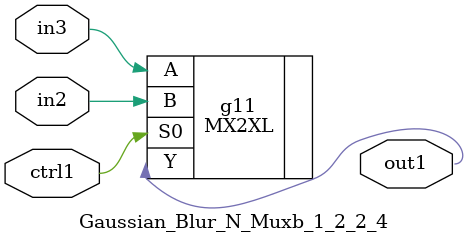
<source format=v>
`timescale 1ps / 1ps


module Gaussian_Blur_N_Muxb_1_2_2_4(in3, in2, ctrl1, out1);
  input in3, in2, ctrl1;
  output out1;
  wire in3, in2, ctrl1;
  wire out1;
  MX2XL g11(.A (in3), .B (in2), .S0 (ctrl1), .Y (out1));
endmodule


</source>
